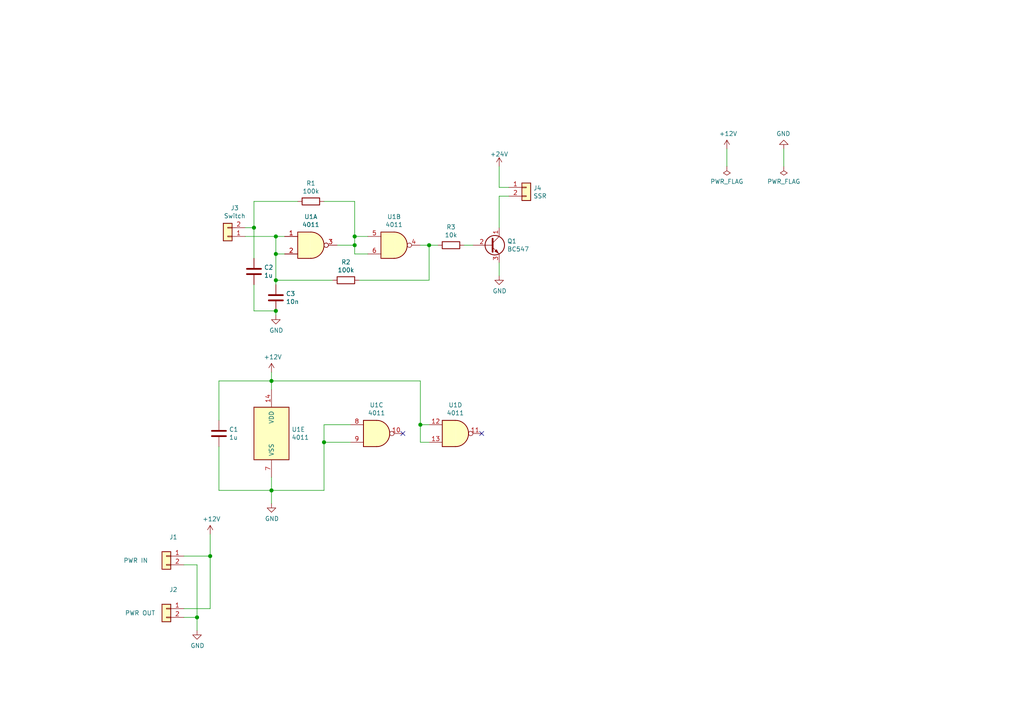
<source format=kicad_sch>
(kicad_sch (version 20211123) (generator eeschema)
  (paper "A4")
  (lib_symbols
    (symbol "4xxx:4011" (pin_names (offset 1.016))
      (property "Reference" "U" (at 0 1.27 0))
      (property "Value" "4011" (at 0 -1.27 0))
      (symbol "4011_1_1"
        (arc (start 0 -3.81) (mid 3.81 0) (end 0 3.81) (stroke (width 0.254)) (fill (type background)))
        (polyline (pts (xy 0 3.81) (xy -3.81 3.81) (xy -3.81 -3.81) (xy 0 -3.81)) (stroke (width 0.254)) (fill (type background)))
        (pin input line (at -7.62 2.54 0) (length 3.81) (name "~") (number "1"))
        (pin input line (at -7.62 -2.54 0) (length 3.81) (name "~") (number "2"))
        (pin output inverted (at 7.62 0 180) (length 3.81) (name "~") (number "3"))
      )
      (symbol "4011_1_2"
        (arc (start -3.81 -3.81) (mid -2.589 0) (end -3.81 3.81) (stroke (width 0.254)))
        (arc (start -0.6096 -3.81) (mid 2.1842 -2.5851) (end 3.81 0) (stroke (width 0.254)) (fill (type background)))
        (polyline (pts (xy -3.81 -3.81) (xy -0.635 -3.81)) (stroke (width 0.254)) (fill (type background)))
        (polyline (pts (xy -3.81 3.81) (xy -0.635 3.81)) (stroke (width 0.254)) (fill (type background)))
        (polyline (pts (xy -0.635 3.81) (xy -3.81 3.81) (xy -3.81 3.81) (xy -3.556 3.4036) (xy -3.0226 2.2606) (xy -2.6924 1.0414) (xy -2.6162 -0.254) (xy -2.7686 -1.4986) (xy -3.175 -2.7178) (xy -3.81 -3.81) (xy -3.81 -3.81) (xy -0.635 -3.81)) (stroke (width -25.4)) (fill (type background)))
        (arc (start 3.81 0) (mid 2.1915 2.5936) (end -0.6096 3.81) (stroke (width 0.254)) (fill (type background)))
        (pin input inverted (at -7.62 2.54 0) (length 4.318) (name "~") (number "1"))
        (pin input inverted (at -7.62 -2.54 0) (length 4.318) (name "~") (number "2"))
        (pin output line (at 7.62 0 180) (length 3.81) (name "~") (number "3"))
      )
      (symbol "4011_2_1"
        (arc (start 0 -3.81) (mid 3.81 0) (end 0 3.81) (stroke (width 0.254)) (fill (type background)))
        (polyline (pts (xy 0 3.81) (xy -3.81 3.81) (xy -3.81 -3.81) (xy 0 -3.81)) (stroke (width 0.254)) (fill (type background)))
        (pin output inverted (at 7.62 0 180) (length 3.81) (name "~") (number "4"))
        (pin input line (at -7.62 2.54 0) (length 3.81) (name "~") (number "5"))
        (pin input line (at -7.62 -2.54 0) (length 3.81) (name "~") (number "6"))
      )
      (symbol "4011_2_2"
        (arc (start -3.81 -3.81) (mid -2.589 0) (end -3.81 3.81) (stroke (width 0.254)))
        (arc (start -0.6096 -3.81) (mid 2.1842 -2.5851) (end 3.81 0) (stroke (width 0.254)) (fill (type background)))
        (polyline (pts (xy -3.81 -3.81) (xy -0.635 -3.81)) (stroke (width 0.254)) (fill (type background)))
        (polyline (pts (xy -3.81 3.81) (xy -0.635 3.81)) (stroke (width 0.254)) (fill (type background)))
        (polyline (pts (xy -0.635 3.81) (xy -3.81 3.81) (xy -3.81 3.81) (xy -3.556 3.4036) (xy -3.0226 2.2606) (xy -2.6924 1.0414) (xy -2.6162 -0.254) (xy -2.7686 -1.4986) (xy -3.175 -2.7178) (xy -3.81 -3.81) (xy -3.81 -3.81) (xy -0.635 -3.81)) (stroke (width -25.4)) (fill (type background)))
        (arc (start 3.81 0) (mid 2.1915 2.5936) (end -0.6096 3.81) (stroke (width 0.254)) (fill (type background)))
        (pin output line (at 7.62 0 180) (length 3.81) (name "~") (number "4"))
        (pin input inverted (at -7.62 2.54 0) (length 4.318) (name "~") (number "5"))
        (pin input inverted (at -7.62 -2.54 0) (length 4.318) (name "~") (number "6"))
      )
      (symbol "4011_3_1"
        (arc (start 0 -3.81) (mid 3.81 0) (end 0 3.81) (stroke (width 0.254)) (fill (type background)))
        (polyline (pts (xy 0 3.81) (xy -3.81 3.81) (xy -3.81 -3.81) (xy 0 -3.81)) (stroke (width 0.254)) (fill (type background)))
        (pin output inverted (at 7.62 0 180) (length 3.81) (name "~") (number "10"))
        (pin input line (at -7.62 2.54 0) (length 3.81) (name "~") (number "8"))
        (pin input line (at -7.62 -2.54 0) (length 3.81) (name "~") (number "9"))
      )
      (symbol "4011_3_2"
        (arc (start -3.81 -3.81) (mid -2.589 0) (end -3.81 3.81) (stroke (width 0.254)))
        (arc (start -0.6096 -3.81) (mid 2.1842 -2.5851) (end 3.81 0) (stroke (width 0.254)) (fill (type background)))
        (polyline (pts (xy -3.81 -3.81) (xy -0.635 -3.81)) (stroke (width 0.254)) (fill (type background)))
        (polyline (pts (xy -3.81 3.81) (xy -0.635 3.81)) (stroke (width 0.254)) (fill (type background)))
        (polyline (pts (xy -0.635 3.81) (xy -3.81 3.81) (xy -3.81 3.81) (xy -3.556 3.4036) (xy -3.0226 2.2606) (xy -2.6924 1.0414) (xy -2.6162 -0.254) (xy -2.7686 -1.4986) (xy -3.175 -2.7178) (xy -3.81 -3.81) (xy -3.81 -3.81) (xy -0.635 -3.81)) (stroke (width -25.4)) (fill (type background)))
        (arc (start 3.81 0) (mid 2.1915 2.5936) (end -0.6096 3.81) (stroke (width 0.254)) (fill (type background)))
        (pin output line (at 7.62 0 180) (length 3.81) (name "~") (number "10"))
        (pin input inverted (at -7.62 2.54 0) (length 4.318) (name "~") (number "8"))
        (pin input inverted (at -7.62 -2.54 0) (length 4.318) (name "~") (number "9"))
      )
      (symbol "4011_4_1"
        (arc (start 0 -3.81) (mid 3.81 0) (end 0 3.81) (stroke (width 0.254)) (fill (type background)))
        (polyline (pts (xy 0 3.81) (xy -3.81 3.81) (xy -3.81 -3.81) (xy 0 -3.81)) (stroke (width 0.254)) (fill (type background)))
        (pin output inverted (at 7.62 0 180) (length 3.81) (name "~") (number "11"))
        (pin input line (at -7.62 2.54 0) (length 3.81) (name "~") (number "12"))
        (pin input line (at -7.62 -2.54 0) (length 3.81) (name "~") (number "13"))
      )
      (symbol "4011_4_2"
        (arc (start -3.81 -3.81) (mid -2.589 0) (end -3.81 3.81) (stroke (width 0.254)))
        (arc (start -0.6096 -3.81) (mid 2.1842 -2.5851) (end 3.81 0) (stroke (width 0.254)) (fill (type background)))
        (polyline (pts (xy -3.81 -3.81) (xy -0.635 -3.81)) (stroke (width 0.254)) (fill (type background)))
        (polyline (pts (xy -3.81 3.81) (xy -0.635 3.81)) (stroke (width 0.254)) (fill (type background)))
        (polyline (pts (xy -0.635 3.81) (xy -3.81 3.81) (xy -3.81 3.81) (xy -3.556 3.4036) (xy -3.0226 2.2606) (xy -2.6924 1.0414) (xy -2.6162 -0.254) (xy -2.7686 -1.4986) (xy -3.175 -2.7178) (xy -3.81 -3.81) (xy -3.81 -3.81) (xy -0.635 -3.81)) (stroke (width -25.4)) (fill (type background)))
        (arc (start 3.81 0) (mid 2.1915 2.5936) (end -0.6096 3.81) (stroke (width 0.254)) (fill (type background)))
        (pin output line (at 7.62 0 180) (length 3.81) (name "~") (number "11"))
        (pin input inverted (at -7.62 2.54 0) (length 4.318) (name "~") (number "12"))
        (pin input inverted (at -7.62 -2.54 0) (length 4.318) (name "~") (number "13"))
      )
      (symbol "4011_5_0"
        (pin power_in line (at 0 12.7 270) (length 5.08) (name "VDD") (number "14"))
        (pin power_in line (at 0 -12.7 90) (length 5.08) (name "VSS") (number "7"))
      )
      (symbol "4011_5_1"
        (rectangle (start -5.08 7.62) (end 5.08 -7.62) (stroke (width 0.254)) (fill (type background)))
      )
    )
    (symbol "Connector_Generic:Conn_01x02" (pin_names (offset 1.016) hide)
      (property "Reference" "J" (at 0 2.54 0))
      (property "Value" "Conn_01x02" (at 0 -5.08 0))
      (symbol "Conn_01x02_1_1"
        (rectangle (start -1.27 -2.413) (end 0 -2.667) (stroke (width 0.1524)))
        (rectangle (start -1.27 0.127) (end 0 -0.127) (stroke (width 0.1524)))
        (rectangle (start -1.27 1.27) (end 1.27 -3.81) (stroke (width 0.254)) (fill (type background)))
        (pin passive line (at -5.08 0 0) (length 3.81) (name "Pin_1") (number "1"))
        (pin passive line (at -5.08 -2.54 0) (length 3.81) (name "Pin_2") (number "2"))
      )
    )
    (symbol "Device:C" (pin_numbers hide) (pin_names (offset 0.254))
      (property "Reference" "C" (at 0.635 2.54 0))
      (property "Value" "C" (at 0.635 -2.54 0))
      (symbol "C_0_1"
        (polyline (pts (xy -2.032 -0.762) (xy 2.032 -0.762)) (stroke (width 0.508)))
        (polyline (pts (xy -2.032 0.762) (xy 2.032 0.762)) (stroke (width 0.508)))
      )
      (symbol "C_1_1"
        (pin passive line (at 0 3.81 270) (length 2.794) (name "~") (number "1"))
        (pin passive line (at 0 -3.81 90) (length 2.794) (name "~") (number "2"))
      )
    )
    (symbol "Device:R" (pin_numbers hide) (pin_names (offset 0))
      (property "Reference" "R" (at 2.032 0 90))
      (property "Value" "R" (at 0 0 90))
      (symbol "R_0_1"
        (rectangle (start -1.016 -2.54) (end 1.016 2.54) (stroke (width 0.254)))
      )
      (symbol "R_1_1"
        (pin passive line (at 0 3.81 270) (length 1.27) (name "~") (number "1"))
        (pin passive line (at 0 -3.81 90) (length 1.27) (name "~") (number "2"))
      )
    )
    (symbol "Transistor_BJT:BC547" (pin_names (offset 0) hide)
      (property "Reference" "Q" (at 5.08 1.905 0))
      (property "Value" "BC547" (at 5.08 0 0))
      (symbol "BC547_0_1"
        (polyline (pts (xy 0 0) (xy 0.635 0)))
        (polyline (pts (xy 0.635 0.635) (xy 2.54 2.54)))
        (polyline (pts (xy 0.635 -0.635) (xy 2.54 -2.54) (xy 2.54 -2.54)))
        (polyline (pts (xy 0.635 1.905) (xy 0.635 -1.905) (xy 0.635 -1.905)) (stroke (width 0.508)))
        (polyline (pts (xy 1.27 -1.778) (xy 1.778 -1.27) (xy 2.286 -2.286) (xy 1.27 -1.778) (xy 1.27 -1.778)) (fill (type outline)))
        (circle (center 1.27 0) (radius 2.8194) (stroke (width 0.254)))
      )
      (symbol "BC547_1_1"
        (pin passive line (at 2.54 5.08 270) (length 2.54) (name "C") (number "1"))
        (pin input line (at -5.08 0 0) (length 5.08) (name "B") (number "2"))
        (pin passive line (at 2.54 -5.08 90) (length 2.54) (name "E") (number "3"))
      )
    )
    (symbol "power:+12V" (power) (pin_names (offset 0))
      (property "Value" "+12V" (at 0 3.556 0))
      (symbol "+12V_0_1"
        (polyline (pts (xy -0.762 1.27) (xy 0 2.54)))
        (polyline (pts (xy 0 0) (xy 0 2.54)))
        (polyline (pts (xy 0 2.54) (xy 0.762 1.27)))
      )
      (symbol "+12V_1_1"
        (pin power_in line (at 0 0 90) (length 0) hide (name "+12V") (number "1"))
      )
    )
    (symbol "power:+24V" (power) (pin_names (offset 0))
      (property "Value" "+24V" (at 0 3.556 0))
      (symbol "+24V_0_1"
        (polyline (pts (xy -0.762 1.27) (xy 0 2.54)))
        (polyline (pts (xy 0 0) (xy 0 2.54)))
        (polyline (pts (xy 0 2.54) (xy 0.762 1.27)))
      )
      (symbol "+24V_1_1"
        (pin power_in line (at 0 0 90) (length 0) hide (name "+24V") (number "1"))
      )
    )
    (symbol "power:GND" (power) (pin_names (offset 0))
      (property "Value" "GND" (at 0 -3.81 0))
      (symbol "GND_0_1"
        (polyline (pts (xy 0 0) (xy 0 -1.27) (xy 1.27 -1.27) (xy 0 -2.54) (xy -1.27 -1.27) (xy 0 -1.27)))
      )
      (symbol "GND_1_1"
        (pin power_in line (at 0 0 270) (length 0) hide (name "GND") (number "1"))
      )
    )
    (symbol "power:PWR_FLAG" (power) (pin_numbers hide) (pin_names (offset 0) hide)
      (property "Value" "PWR_FLAG" (at 0 3.81 0))
      (symbol "PWR_FLAG_0_0"
        (pin power_out line (at 0 0 90) (length 0) (name "pwr") (number "1"))
      )
      (symbol "PWR_FLAG_0_1"
        (polyline (pts (xy 0 0) (xy 0 1.27) (xy -1.016 1.905) (xy 0 2.54) (xy 1.016 1.905) (xy 0 1.27)))
      )
    )
  )
  (junction (at 80.01 81.28) (diameter 1.016))
  (junction (at 102.87 71.12) (diameter 1.016))
  (junction (at 73.66 66.04) (diameter 1.016))
  (junction (at 78.74 110.49) (diameter 1.016))
  (junction (at 93.98 128.27) (diameter 1.016))
  (junction (at 121.92 123.19) (diameter 1.016))
  (junction (at 60.96 161.29) (diameter 1.016))
  (junction (at 80.01 73.66) (diameter 1.016))
  (junction (at 80.01 90.17) (diameter 1.016))
  (junction (at 57.15 179.07) (diameter 1.016))
  (junction (at 78.74 142.24) (diameter 1.016))
  (junction (at 80.01 68.58) (diameter 1.016))
  (junction (at 124.46 71.12) (diameter 1.016))
  (junction (at 102.87 68.58) (diameter 1.016))
  (no_connect (at 116.84 125.73))
  (no_connect (at 139.7 125.73))
  (wire (pts (xy 71.12 68.58) (xy 80.01 68.58)))
  (wire (pts (xy 73.66 58.42) (xy 86.36 58.42)))
  (wire (pts (xy 144.78 56.896) (xy 144.78 66.04)))
  (wire (pts (xy 137.16 71.12) (xy 134.62 71.12)))
  (wire (pts (xy 102.87 73.66) (xy 106.68 73.66)))
  (wire (pts (xy 60.96 154.94) (xy 60.96 161.29)))
  (wire (pts (xy 127 71.12) (xy 124.46 71.12)))
  (wire (pts (xy 80.01 68.58) (xy 82.55 68.58)))
  (wire (pts (xy 63.5 142.24) (xy 78.74 142.24)))
  (wire (pts (xy 57.15 179.07) (xy 57.15 182.88)))
  (wire (pts (xy 93.98 58.42) (xy 102.87 58.42)))
  (wire (pts (xy 82.55 73.66) (xy 80.01 73.66)))
  (wire (pts (xy 73.66 66.04) (xy 73.66 58.42)))
  (wire (pts (xy 71.12 66.04) (xy 73.66 66.04)))
  (wire (pts (xy 147.574 56.896) (xy 144.78 56.896)))
  (wire (pts (xy 124.46 81.28) (xy 104.14 81.28)))
  (wire (pts (xy 73.66 90.17) (xy 80.01 90.17)))
  (wire (pts (xy 63.5 110.49) (xy 78.74 110.49)))
  (wire (pts (xy 144.78 54.356) (xy 147.574 54.356)))
  (wire (pts (xy 93.98 142.24) (xy 78.74 142.24)))
  (wire (pts (xy 121.92 110.49) (xy 121.92 123.19)))
  (wire (pts (xy 53.34 179.07) (xy 57.15 179.07)))
  (wire (pts (xy 73.66 74.93) (xy 73.66 66.04)))
  (wire (pts (xy 101.6 123.19) (xy 93.98 123.19)))
  (wire (pts (xy 121.92 128.27) (xy 124.46 128.27)))
  (wire (pts (xy 144.78 80.01) (xy 144.78 76.2)))
  (wire (pts (xy 124.46 123.19) (xy 121.92 123.19)))
  (wire (pts (xy 102.87 71.12) (xy 97.79 71.12)))
  (wire (pts (xy 57.15 163.83) (xy 57.15 179.07)))
  (wire (pts (xy 53.34 163.83) (xy 57.15 163.83)))
  (wire (pts (xy 121.92 71.12) (xy 124.46 71.12)))
  (wire (pts (xy 102.87 58.42) (xy 102.87 68.58)))
  (wire (pts (xy 80.01 81.28) (xy 80.01 73.66)))
  (wire (pts (xy 227.33 43.18) (xy 227.33 48.26)))
  (wire (pts (xy 60.96 176.53) (xy 53.34 176.53)))
  (wire (pts (xy 101.6 128.27) (xy 93.98 128.27)))
  (wire (pts (xy 80.01 91.44) (xy 80.01 90.17)))
  (wire (pts (xy 102.87 68.58) (xy 102.87 71.12)))
  (wire (pts (xy 60.96 161.29) (xy 60.96 176.53)))
  (wire (pts (xy 78.74 110.49) (xy 78.74 113.03)))
  (wire (pts (xy 63.5 110.49) (xy 63.5 121.92)))
  (wire (pts (xy 93.98 123.19) (xy 93.98 128.27)))
  (wire (pts (xy 121.92 123.19) (xy 121.92 128.27)))
  (wire (pts (xy 96.52 81.28) (xy 80.01 81.28)))
  (wire (pts (xy 60.96 161.29) (xy 53.34 161.29)))
  (wire (pts (xy 80.01 82.55) (xy 80.01 81.28)))
  (wire (pts (xy 93.98 128.27) (xy 93.98 142.24)))
  (wire (pts (xy 124.46 71.12) (xy 124.46 81.28)))
  (wire (pts (xy 78.74 110.49) (xy 121.92 110.49)))
  (wire (pts (xy 80.01 73.66) (xy 80.01 68.58)))
  (wire (pts (xy 78.74 107.95) (xy 78.74 110.49)))
  (wire (pts (xy 210.82 43.18) (xy 210.82 48.26)))
  (wire (pts (xy 144.78 48.26) (xy 144.78 54.356)))
  (wire (pts (xy 102.87 71.12) (xy 102.87 73.66)))
  (wire (pts (xy 106.68 68.58) (xy 102.87 68.58)))
  (wire (pts (xy 78.74 138.43) (xy 78.74 142.24)))
  (wire (pts (xy 73.66 82.55) (xy 73.66 90.17)))
  (wire (pts (xy 63.5 129.54) (xy 63.5 142.24)))
  (wire (pts (xy 78.74 142.24) (xy 78.74 146.05)))
  (symbol (lib_id "Connector_Generic:Conn_01x02") (at 48.26 176.53 0) (mirror y) (unit 1)
    (property "Reference" "J2" (at 50.292 171.0182 0))
    (property "Value" "PWR OUT" (at 40.64 177.8 0))
    (property "Footprint" "Connector_JST:JST_PH_B2B-PH-K_1x02_P2.00mm_Vertical" (effects hide))
  )
  (symbol (lib_id "Connector_Generic:Conn_01x02") (at 66.04 68.58 180) (unit 1)
    (property "Reference" "J3" (at 68.072 60.325 0))
    (property "Value" "Switch" (at 68.072 62.6364 0))
    (property "Footprint" "Connector_JST:JST_PH_B2B-PH-K_1x02_P2.00mm_Vertical" (effects hide))
  )
  (symbol (lib_id "Connector_Generic:Conn_01x02") (at 48.26 161.29 0) (mirror y) (unit 1)
    (property "Reference" "J1" (at 50.292 155.7782 0))
    (property "Value" "PWR IN" (at 39.37 162.56 0))
    (property "Footprint" "Connector_JST:JST_PH_B2B-PH-K_1x02_P2.00mm_Vertical" (effects hide))
  )
  (symbol (lib_id "Connector_Generic:Conn_01x02") (at 152.654 54.356 0) (unit 1)
    (property "Reference" "J4" (at 154.686 54.5592 0) (effects (justify left)))
    (property "Value" "SSR" (at 154.686 56.8706 0) (effects (justify left)))
    (property "Footprint" "Connector_JST:JST_PH_B2B-PH-K_1x02_P2.00mm_Vertical" (effects hide))
  )
  (symbol (lib_id "4xxx:4011") (at 90.17 71.12 0) (unit 1)
    (property "Reference" "U1" (at 90.17 62.865 0))
    (property "Value" "4011" (at 90.17 65.1764 0))
    (property "Footprint" "Package_DIP:DIP-14_W7.62mm_LongPads" (effects hide))
    (property "Datasheet" "http://www.intersil.com/content/dam/Intersil/documents/cd40/cd4011bms-12bms-23bms.pdf" (effects hide))
  )
  (symbol (lib_id "4xxx:4011") (at 114.3 71.12 0) (unit 2)
    (property "Reference" "U1" (at 114.3 62.865 0))
    (property "Value" "4011" (at 114.3 65.1764 0))
    (property "Footprint" "Package_DIP:DIP-14_W7.62mm_LongPads" (effects hide))
    (property "Datasheet" "http://www.intersil.com/content/dam/Intersil/documents/cd40/cd4011bms-12bms-23bms.pdf" (effects hide))
  )
  (symbol (lib_id "Device:R") (at 90.17 58.42 90) (unit 1)
    (property "Reference" "R1" (at 90.17 53.1622 90))
    (property "Value" "100k" (at 90.17 55.4736 90))
    (property "Footprint" "Resistor_THT:R_Axial_DIN0207_L6.3mm_D2.5mm_P5.08mm_Vertical" (effects hide))
  )
  (symbol (lib_id "Device:R") (at 100.33 81.28 270) (unit 1)
    (property "Reference" "R2" (at 100.33 76.0222 90))
    (property "Value" "100k" (at 100.33 78.3336 90))
    (property "Footprint" "Resistor_THT:R_Axial_DIN0207_L6.3mm_D2.5mm_P5.08mm_Vertical" (effects hide))
  )
  (symbol (lib_id "Device:C") (at 80.01 86.36 0) (unit 1)
    (property "Reference" "C3" (at 82.931 85.1916 0) (effects (justify left)))
    (property "Value" "10n" (at 82.931 87.503 0) (effects (justify left)))
    (property "Footprint" "Capacitor_THT:C_Disc_D8.0mm_W2.5mm_P5.00mm" (effects hide))
  )
  (symbol (lib_id "power:GND") (at 80.01 91.44 0) (unit 1)
    (property "Reference" "#PWR0101" (effects hide))
    (property "Value" "GND" (at 80.137 95.8342 0))
  )
  (symbol (lib_id "Device:C") (at 73.66 78.74 0) (unit 1)
    (property "Reference" "C2" (at 76.581 77.5716 0) (effects (justify left)))
    (property "Value" "1u" (at 76.581 79.883 0) (effects (justify left)))
    (property "Footprint" "Capacitor_THT:C_Rect_L7.0mm_W6.0mm_P5.00mm" (effects hide))
  )
  (symbol (lib_id "4xxx:4011") (at 78.74 125.73 0) (unit 5)
    (property "Reference" "U1" (at 84.582 124.5616 0) (effects (justify left)))
    (property "Value" "4011" (at 84.582 126.873 0) (effects (justify left)))
    (property "Footprint" "Package_DIP:DIP-14_W7.62mm_LongPads" (effects hide))
    (property "Datasheet" "http://www.intersil.com/content/dam/Intersil/documents/cd40/cd4011bms-12bms-23bms.pdf" (effects hide))
  )
  (symbol (lib_id "4xxx:4011") (at 109.22 125.73 0) (unit 3)
    (property "Reference" "U1" (at 109.22 117.475 0))
    (property "Value" "4011" (at 109.22 119.7864 0))
    (property "Footprint" "Package_DIP:DIP-14_W7.62mm_LongPads" (effects hide))
    (property "Datasheet" "http://www.intersil.com/content/dam/Intersil/documents/cd40/cd4011bms-12bms-23bms.pdf" (effects hide))
  )
  (symbol (lib_id "4xxx:4011") (at 132.08 125.73 0) (unit 4)
    (property "Reference" "U1" (at 132.08 117.475 0))
    (property "Value" "4011" (at 132.08 119.7864 0))
    (property "Footprint" "Package_DIP:DIP-14_W7.62mm_LongPads" (effects hide))
    (property "Datasheet" "http://www.intersil.com/content/dam/Intersil/documents/cd40/cd4011bms-12bms-23bms.pdf" (effects hide))
  )
  (symbol (lib_id "power:+12V") (at 78.74 107.95 0) (unit 1)
    (property "Reference" "#PWR0102" (effects hide))
    (property "Value" "+12V" (at 79.121 103.5558 0))
  )
  (symbol (lib_id "Device:C") (at 63.5 125.73 0) (unit 1)
    (property "Reference" "C1" (at 66.421 124.5616 0) (effects (justify left)))
    (property "Value" "1u" (at 66.421 126.873 0) (effects (justify left)))
    (property "Footprint" "Capacitor_THT:C_Rect_L7.0mm_W6.0mm_P5.00mm" (effects hide))
  )
  (symbol (lib_id "power:GND") (at 78.74 146.05 0) (unit 1)
    (property "Reference" "#PWR0103" (effects hide))
    (property "Value" "GND" (at 78.867 150.4442 0))
  )
  (symbol (lib_id "Transistor_BJT:BC547") (at 142.24 71.12 0) (unit 1)
    (property "Reference" "Q1" (at 147.0914 69.9516 0) (effects (justify left)))
    (property "Value" "BC547" (at 147.0914 72.263 0) (effects (justify left)))
    (property "Footprint" "Package_TO_SOT_THT:TO-92L_Wide" (effects hide))
    (property "Datasheet" "http://www.fairchildsemi.com/ds/BC/BC547.pdf" (effects hide))
  )
  (symbol (lib_id "Device:R") (at 130.81 71.12 270) (unit 1)
    (property "Reference" "R3" (at 130.81 65.8622 90))
    (property "Value" "10k" (at 130.81 68.1736 90))
    (property "Footprint" "Resistor_THT:R_Axial_DIN0207_L6.3mm_D2.5mm_P5.08mm_Vertical" (effects hide))
  )
  (symbol (lib_id "power:GND") (at 144.78 80.01 0) (unit 1)
    (property "Reference" "#PWR0104" (effects hide))
    (property "Value" "GND" (at 144.907 84.4042 0))
  )
  (symbol (lib_id "power:+12V") (at 60.96 154.94 0) (unit 1)
    (property "Reference" "#PWR0106" (effects hide))
    (property "Value" "+12V" (at 61.341 150.5458 0))
  )
  (symbol (lib_id "power:GND") (at 57.15 182.88 0) (unit 1)
    (property "Reference" "#PWR0107" (effects hide))
    (property "Value" "GND" (at 57.277 187.2742 0))
  )
  (symbol (lib_id "power:PWR_FLAG") (at 210.82 48.26 180) (unit 1)
    (property "Reference" "#FLG0101" (effects hide))
    (property "Value" "PWR_FLAG" (at 210.82 52.6542 0))
  )
  (symbol (lib_id "power:PWR_FLAG") (at 227.33 48.26 180) (unit 1)
    (property "Reference" "#FLG0102" (effects hide))
    (property "Value" "PWR_FLAG" (at 227.33 52.6542 0))
  )
  (symbol (lib_id "power:+12V") (at 210.82 43.18 0) (unit 1)
    (property "Reference" "#PWR0108" (effects hide))
    (property "Value" "+12V" (at 211.201 38.7858 0))
  )
  (symbol (lib_id "power:GND") (at 227.33 43.18 180) (unit 1)
    (property "Reference" "#PWR0109" (effects hide))
    (property "Value" "GND" (at 227.203 38.7858 0))
  )
  (symbol (lib_id "power:+24V") (at 144.78 48.26 0) (unit 1)
    (property "Reference" "#PWR?" (effects hide))
    (property "Value" "+24V" (at 144.78 44.7126 0))
  )
)
</source>
